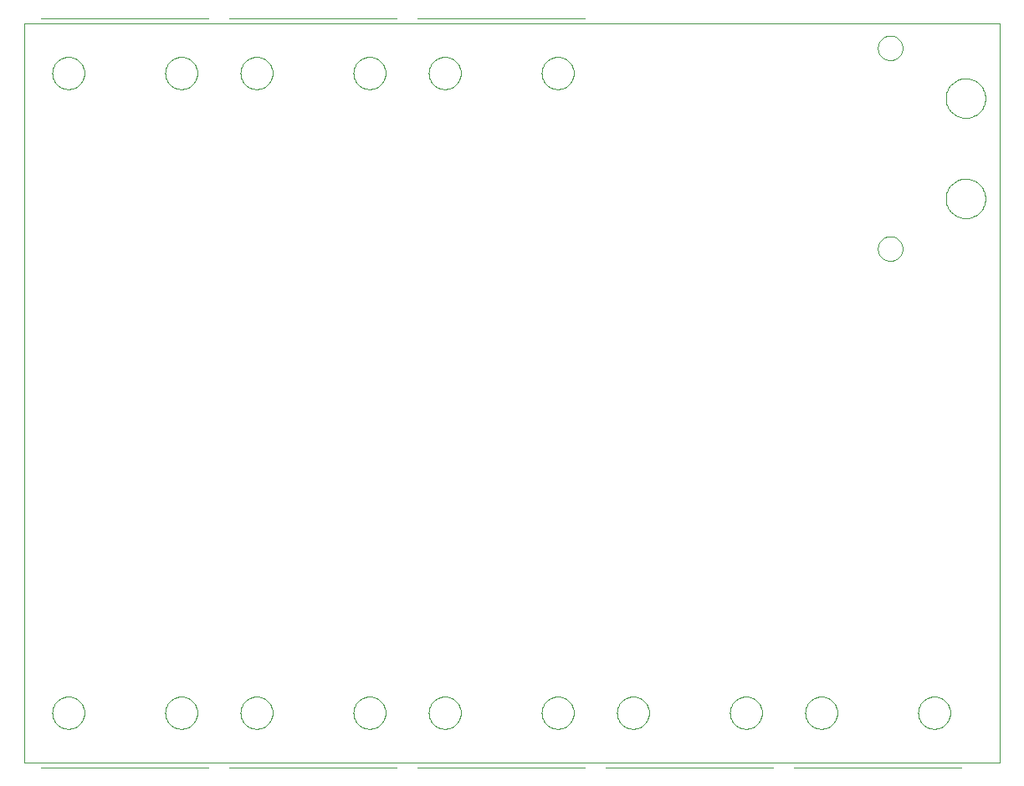
<source format=gbo>
G75*
%MOIN*%
%OFA0B0*%
%FSLAX24Y24*%
%IPPOS*%
%LPD*%
%AMOC8*
5,1,8,0,0,1.08239X$1,22.5*
%
%ADD10C,0.0000*%
%ADD11C,0.0004*%
D10*
X000150Y001204D02*
X000150Y030700D01*
X039020Y030700D01*
X039020Y001204D01*
X000150Y001204D01*
X001260Y003204D02*
X001262Y003254D01*
X001268Y003304D01*
X001278Y003353D01*
X001291Y003402D01*
X001309Y003449D01*
X001330Y003495D01*
X001354Y003538D01*
X001382Y003580D01*
X001413Y003620D01*
X001447Y003657D01*
X001484Y003691D01*
X001524Y003722D01*
X001566Y003750D01*
X001609Y003774D01*
X001655Y003795D01*
X001702Y003813D01*
X001751Y003826D01*
X001800Y003836D01*
X001850Y003842D01*
X001900Y003844D01*
X001950Y003842D01*
X002000Y003836D01*
X002049Y003826D01*
X002098Y003813D01*
X002145Y003795D01*
X002191Y003774D01*
X002234Y003750D01*
X002276Y003722D01*
X002316Y003691D01*
X002353Y003657D01*
X002387Y003620D01*
X002418Y003580D01*
X002446Y003538D01*
X002470Y003495D01*
X002491Y003449D01*
X002509Y003402D01*
X002522Y003353D01*
X002532Y003304D01*
X002538Y003254D01*
X002540Y003204D01*
X002538Y003154D01*
X002532Y003104D01*
X002522Y003055D01*
X002509Y003006D01*
X002491Y002959D01*
X002470Y002913D01*
X002446Y002870D01*
X002418Y002828D01*
X002387Y002788D01*
X002353Y002751D01*
X002316Y002717D01*
X002276Y002686D01*
X002234Y002658D01*
X002191Y002634D01*
X002145Y002613D01*
X002098Y002595D01*
X002049Y002582D01*
X002000Y002572D01*
X001950Y002566D01*
X001900Y002564D01*
X001850Y002566D01*
X001800Y002572D01*
X001751Y002582D01*
X001702Y002595D01*
X001655Y002613D01*
X001609Y002634D01*
X001566Y002658D01*
X001524Y002686D01*
X001484Y002717D01*
X001447Y002751D01*
X001413Y002788D01*
X001382Y002828D01*
X001354Y002870D01*
X001330Y002913D01*
X001309Y002959D01*
X001291Y003006D01*
X001278Y003055D01*
X001268Y003104D01*
X001262Y003154D01*
X001260Y003204D01*
X005760Y003204D02*
X005762Y003254D01*
X005768Y003304D01*
X005778Y003353D01*
X005791Y003402D01*
X005809Y003449D01*
X005830Y003495D01*
X005854Y003538D01*
X005882Y003580D01*
X005913Y003620D01*
X005947Y003657D01*
X005984Y003691D01*
X006024Y003722D01*
X006066Y003750D01*
X006109Y003774D01*
X006155Y003795D01*
X006202Y003813D01*
X006251Y003826D01*
X006300Y003836D01*
X006350Y003842D01*
X006400Y003844D01*
X006450Y003842D01*
X006500Y003836D01*
X006549Y003826D01*
X006598Y003813D01*
X006645Y003795D01*
X006691Y003774D01*
X006734Y003750D01*
X006776Y003722D01*
X006816Y003691D01*
X006853Y003657D01*
X006887Y003620D01*
X006918Y003580D01*
X006946Y003538D01*
X006970Y003495D01*
X006991Y003449D01*
X007009Y003402D01*
X007022Y003353D01*
X007032Y003304D01*
X007038Y003254D01*
X007040Y003204D01*
X007038Y003154D01*
X007032Y003104D01*
X007022Y003055D01*
X007009Y003006D01*
X006991Y002959D01*
X006970Y002913D01*
X006946Y002870D01*
X006918Y002828D01*
X006887Y002788D01*
X006853Y002751D01*
X006816Y002717D01*
X006776Y002686D01*
X006734Y002658D01*
X006691Y002634D01*
X006645Y002613D01*
X006598Y002595D01*
X006549Y002582D01*
X006500Y002572D01*
X006450Y002566D01*
X006400Y002564D01*
X006350Y002566D01*
X006300Y002572D01*
X006251Y002582D01*
X006202Y002595D01*
X006155Y002613D01*
X006109Y002634D01*
X006066Y002658D01*
X006024Y002686D01*
X005984Y002717D01*
X005947Y002751D01*
X005913Y002788D01*
X005882Y002828D01*
X005854Y002870D01*
X005830Y002913D01*
X005809Y002959D01*
X005791Y003006D01*
X005778Y003055D01*
X005768Y003104D01*
X005762Y003154D01*
X005760Y003204D01*
X008760Y003204D02*
X008762Y003254D01*
X008768Y003304D01*
X008778Y003353D01*
X008791Y003402D01*
X008809Y003449D01*
X008830Y003495D01*
X008854Y003538D01*
X008882Y003580D01*
X008913Y003620D01*
X008947Y003657D01*
X008984Y003691D01*
X009024Y003722D01*
X009066Y003750D01*
X009109Y003774D01*
X009155Y003795D01*
X009202Y003813D01*
X009251Y003826D01*
X009300Y003836D01*
X009350Y003842D01*
X009400Y003844D01*
X009450Y003842D01*
X009500Y003836D01*
X009549Y003826D01*
X009598Y003813D01*
X009645Y003795D01*
X009691Y003774D01*
X009734Y003750D01*
X009776Y003722D01*
X009816Y003691D01*
X009853Y003657D01*
X009887Y003620D01*
X009918Y003580D01*
X009946Y003538D01*
X009970Y003495D01*
X009991Y003449D01*
X010009Y003402D01*
X010022Y003353D01*
X010032Y003304D01*
X010038Y003254D01*
X010040Y003204D01*
X010038Y003154D01*
X010032Y003104D01*
X010022Y003055D01*
X010009Y003006D01*
X009991Y002959D01*
X009970Y002913D01*
X009946Y002870D01*
X009918Y002828D01*
X009887Y002788D01*
X009853Y002751D01*
X009816Y002717D01*
X009776Y002686D01*
X009734Y002658D01*
X009691Y002634D01*
X009645Y002613D01*
X009598Y002595D01*
X009549Y002582D01*
X009500Y002572D01*
X009450Y002566D01*
X009400Y002564D01*
X009350Y002566D01*
X009300Y002572D01*
X009251Y002582D01*
X009202Y002595D01*
X009155Y002613D01*
X009109Y002634D01*
X009066Y002658D01*
X009024Y002686D01*
X008984Y002717D01*
X008947Y002751D01*
X008913Y002788D01*
X008882Y002828D01*
X008854Y002870D01*
X008830Y002913D01*
X008809Y002959D01*
X008791Y003006D01*
X008778Y003055D01*
X008768Y003104D01*
X008762Y003154D01*
X008760Y003204D01*
X013260Y003204D02*
X013262Y003254D01*
X013268Y003304D01*
X013278Y003353D01*
X013291Y003402D01*
X013309Y003449D01*
X013330Y003495D01*
X013354Y003538D01*
X013382Y003580D01*
X013413Y003620D01*
X013447Y003657D01*
X013484Y003691D01*
X013524Y003722D01*
X013566Y003750D01*
X013609Y003774D01*
X013655Y003795D01*
X013702Y003813D01*
X013751Y003826D01*
X013800Y003836D01*
X013850Y003842D01*
X013900Y003844D01*
X013950Y003842D01*
X014000Y003836D01*
X014049Y003826D01*
X014098Y003813D01*
X014145Y003795D01*
X014191Y003774D01*
X014234Y003750D01*
X014276Y003722D01*
X014316Y003691D01*
X014353Y003657D01*
X014387Y003620D01*
X014418Y003580D01*
X014446Y003538D01*
X014470Y003495D01*
X014491Y003449D01*
X014509Y003402D01*
X014522Y003353D01*
X014532Y003304D01*
X014538Y003254D01*
X014540Y003204D01*
X014538Y003154D01*
X014532Y003104D01*
X014522Y003055D01*
X014509Y003006D01*
X014491Y002959D01*
X014470Y002913D01*
X014446Y002870D01*
X014418Y002828D01*
X014387Y002788D01*
X014353Y002751D01*
X014316Y002717D01*
X014276Y002686D01*
X014234Y002658D01*
X014191Y002634D01*
X014145Y002613D01*
X014098Y002595D01*
X014049Y002582D01*
X014000Y002572D01*
X013950Y002566D01*
X013900Y002564D01*
X013850Y002566D01*
X013800Y002572D01*
X013751Y002582D01*
X013702Y002595D01*
X013655Y002613D01*
X013609Y002634D01*
X013566Y002658D01*
X013524Y002686D01*
X013484Y002717D01*
X013447Y002751D01*
X013413Y002788D01*
X013382Y002828D01*
X013354Y002870D01*
X013330Y002913D01*
X013309Y002959D01*
X013291Y003006D01*
X013278Y003055D01*
X013268Y003104D01*
X013262Y003154D01*
X013260Y003204D01*
X016260Y003204D02*
X016262Y003254D01*
X016268Y003304D01*
X016278Y003353D01*
X016291Y003402D01*
X016309Y003449D01*
X016330Y003495D01*
X016354Y003538D01*
X016382Y003580D01*
X016413Y003620D01*
X016447Y003657D01*
X016484Y003691D01*
X016524Y003722D01*
X016566Y003750D01*
X016609Y003774D01*
X016655Y003795D01*
X016702Y003813D01*
X016751Y003826D01*
X016800Y003836D01*
X016850Y003842D01*
X016900Y003844D01*
X016950Y003842D01*
X017000Y003836D01*
X017049Y003826D01*
X017098Y003813D01*
X017145Y003795D01*
X017191Y003774D01*
X017234Y003750D01*
X017276Y003722D01*
X017316Y003691D01*
X017353Y003657D01*
X017387Y003620D01*
X017418Y003580D01*
X017446Y003538D01*
X017470Y003495D01*
X017491Y003449D01*
X017509Y003402D01*
X017522Y003353D01*
X017532Y003304D01*
X017538Y003254D01*
X017540Y003204D01*
X017538Y003154D01*
X017532Y003104D01*
X017522Y003055D01*
X017509Y003006D01*
X017491Y002959D01*
X017470Y002913D01*
X017446Y002870D01*
X017418Y002828D01*
X017387Y002788D01*
X017353Y002751D01*
X017316Y002717D01*
X017276Y002686D01*
X017234Y002658D01*
X017191Y002634D01*
X017145Y002613D01*
X017098Y002595D01*
X017049Y002582D01*
X017000Y002572D01*
X016950Y002566D01*
X016900Y002564D01*
X016850Y002566D01*
X016800Y002572D01*
X016751Y002582D01*
X016702Y002595D01*
X016655Y002613D01*
X016609Y002634D01*
X016566Y002658D01*
X016524Y002686D01*
X016484Y002717D01*
X016447Y002751D01*
X016413Y002788D01*
X016382Y002828D01*
X016354Y002870D01*
X016330Y002913D01*
X016309Y002959D01*
X016291Y003006D01*
X016278Y003055D01*
X016268Y003104D01*
X016262Y003154D01*
X016260Y003204D01*
X020760Y003204D02*
X020762Y003254D01*
X020768Y003304D01*
X020778Y003353D01*
X020791Y003402D01*
X020809Y003449D01*
X020830Y003495D01*
X020854Y003538D01*
X020882Y003580D01*
X020913Y003620D01*
X020947Y003657D01*
X020984Y003691D01*
X021024Y003722D01*
X021066Y003750D01*
X021109Y003774D01*
X021155Y003795D01*
X021202Y003813D01*
X021251Y003826D01*
X021300Y003836D01*
X021350Y003842D01*
X021400Y003844D01*
X021450Y003842D01*
X021500Y003836D01*
X021549Y003826D01*
X021598Y003813D01*
X021645Y003795D01*
X021691Y003774D01*
X021734Y003750D01*
X021776Y003722D01*
X021816Y003691D01*
X021853Y003657D01*
X021887Y003620D01*
X021918Y003580D01*
X021946Y003538D01*
X021970Y003495D01*
X021991Y003449D01*
X022009Y003402D01*
X022022Y003353D01*
X022032Y003304D01*
X022038Y003254D01*
X022040Y003204D01*
X022038Y003154D01*
X022032Y003104D01*
X022022Y003055D01*
X022009Y003006D01*
X021991Y002959D01*
X021970Y002913D01*
X021946Y002870D01*
X021918Y002828D01*
X021887Y002788D01*
X021853Y002751D01*
X021816Y002717D01*
X021776Y002686D01*
X021734Y002658D01*
X021691Y002634D01*
X021645Y002613D01*
X021598Y002595D01*
X021549Y002582D01*
X021500Y002572D01*
X021450Y002566D01*
X021400Y002564D01*
X021350Y002566D01*
X021300Y002572D01*
X021251Y002582D01*
X021202Y002595D01*
X021155Y002613D01*
X021109Y002634D01*
X021066Y002658D01*
X021024Y002686D01*
X020984Y002717D01*
X020947Y002751D01*
X020913Y002788D01*
X020882Y002828D01*
X020854Y002870D01*
X020830Y002913D01*
X020809Y002959D01*
X020791Y003006D01*
X020778Y003055D01*
X020768Y003104D01*
X020762Y003154D01*
X020760Y003204D01*
X023760Y003204D02*
X023762Y003254D01*
X023768Y003304D01*
X023778Y003353D01*
X023791Y003402D01*
X023809Y003449D01*
X023830Y003495D01*
X023854Y003538D01*
X023882Y003580D01*
X023913Y003620D01*
X023947Y003657D01*
X023984Y003691D01*
X024024Y003722D01*
X024066Y003750D01*
X024109Y003774D01*
X024155Y003795D01*
X024202Y003813D01*
X024251Y003826D01*
X024300Y003836D01*
X024350Y003842D01*
X024400Y003844D01*
X024450Y003842D01*
X024500Y003836D01*
X024549Y003826D01*
X024598Y003813D01*
X024645Y003795D01*
X024691Y003774D01*
X024734Y003750D01*
X024776Y003722D01*
X024816Y003691D01*
X024853Y003657D01*
X024887Y003620D01*
X024918Y003580D01*
X024946Y003538D01*
X024970Y003495D01*
X024991Y003449D01*
X025009Y003402D01*
X025022Y003353D01*
X025032Y003304D01*
X025038Y003254D01*
X025040Y003204D01*
X025038Y003154D01*
X025032Y003104D01*
X025022Y003055D01*
X025009Y003006D01*
X024991Y002959D01*
X024970Y002913D01*
X024946Y002870D01*
X024918Y002828D01*
X024887Y002788D01*
X024853Y002751D01*
X024816Y002717D01*
X024776Y002686D01*
X024734Y002658D01*
X024691Y002634D01*
X024645Y002613D01*
X024598Y002595D01*
X024549Y002582D01*
X024500Y002572D01*
X024450Y002566D01*
X024400Y002564D01*
X024350Y002566D01*
X024300Y002572D01*
X024251Y002582D01*
X024202Y002595D01*
X024155Y002613D01*
X024109Y002634D01*
X024066Y002658D01*
X024024Y002686D01*
X023984Y002717D01*
X023947Y002751D01*
X023913Y002788D01*
X023882Y002828D01*
X023854Y002870D01*
X023830Y002913D01*
X023809Y002959D01*
X023791Y003006D01*
X023778Y003055D01*
X023768Y003104D01*
X023762Y003154D01*
X023760Y003204D01*
X028260Y003204D02*
X028262Y003254D01*
X028268Y003304D01*
X028278Y003353D01*
X028291Y003402D01*
X028309Y003449D01*
X028330Y003495D01*
X028354Y003538D01*
X028382Y003580D01*
X028413Y003620D01*
X028447Y003657D01*
X028484Y003691D01*
X028524Y003722D01*
X028566Y003750D01*
X028609Y003774D01*
X028655Y003795D01*
X028702Y003813D01*
X028751Y003826D01*
X028800Y003836D01*
X028850Y003842D01*
X028900Y003844D01*
X028950Y003842D01*
X029000Y003836D01*
X029049Y003826D01*
X029098Y003813D01*
X029145Y003795D01*
X029191Y003774D01*
X029234Y003750D01*
X029276Y003722D01*
X029316Y003691D01*
X029353Y003657D01*
X029387Y003620D01*
X029418Y003580D01*
X029446Y003538D01*
X029470Y003495D01*
X029491Y003449D01*
X029509Y003402D01*
X029522Y003353D01*
X029532Y003304D01*
X029538Y003254D01*
X029540Y003204D01*
X029538Y003154D01*
X029532Y003104D01*
X029522Y003055D01*
X029509Y003006D01*
X029491Y002959D01*
X029470Y002913D01*
X029446Y002870D01*
X029418Y002828D01*
X029387Y002788D01*
X029353Y002751D01*
X029316Y002717D01*
X029276Y002686D01*
X029234Y002658D01*
X029191Y002634D01*
X029145Y002613D01*
X029098Y002595D01*
X029049Y002582D01*
X029000Y002572D01*
X028950Y002566D01*
X028900Y002564D01*
X028850Y002566D01*
X028800Y002572D01*
X028751Y002582D01*
X028702Y002595D01*
X028655Y002613D01*
X028609Y002634D01*
X028566Y002658D01*
X028524Y002686D01*
X028484Y002717D01*
X028447Y002751D01*
X028413Y002788D01*
X028382Y002828D01*
X028354Y002870D01*
X028330Y002913D01*
X028309Y002959D01*
X028291Y003006D01*
X028278Y003055D01*
X028268Y003104D01*
X028262Y003154D01*
X028260Y003204D01*
X031260Y003204D02*
X031262Y003254D01*
X031268Y003304D01*
X031278Y003353D01*
X031291Y003402D01*
X031309Y003449D01*
X031330Y003495D01*
X031354Y003538D01*
X031382Y003580D01*
X031413Y003620D01*
X031447Y003657D01*
X031484Y003691D01*
X031524Y003722D01*
X031566Y003750D01*
X031609Y003774D01*
X031655Y003795D01*
X031702Y003813D01*
X031751Y003826D01*
X031800Y003836D01*
X031850Y003842D01*
X031900Y003844D01*
X031950Y003842D01*
X032000Y003836D01*
X032049Y003826D01*
X032098Y003813D01*
X032145Y003795D01*
X032191Y003774D01*
X032234Y003750D01*
X032276Y003722D01*
X032316Y003691D01*
X032353Y003657D01*
X032387Y003620D01*
X032418Y003580D01*
X032446Y003538D01*
X032470Y003495D01*
X032491Y003449D01*
X032509Y003402D01*
X032522Y003353D01*
X032532Y003304D01*
X032538Y003254D01*
X032540Y003204D01*
X032538Y003154D01*
X032532Y003104D01*
X032522Y003055D01*
X032509Y003006D01*
X032491Y002959D01*
X032470Y002913D01*
X032446Y002870D01*
X032418Y002828D01*
X032387Y002788D01*
X032353Y002751D01*
X032316Y002717D01*
X032276Y002686D01*
X032234Y002658D01*
X032191Y002634D01*
X032145Y002613D01*
X032098Y002595D01*
X032049Y002582D01*
X032000Y002572D01*
X031950Y002566D01*
X031900Y002564D01*
X031850Y002566D01*
X031800Y002572D01*
X031751Y002582D01*
X031702Y002595D01*
X031655Y002613D01*
X031609Y002634D01*
X031566Y002658D01*
X031524Y002686D01*
X031484Y002717D01*
X031447Y002751D01*
X031413Y002788D01*
X031382Y002828D01*
X031354Y002870D01*
X031330Y002913D01*
X031309Y002959D01*
X031291Y003006D01*
X031278Y003055D01*
X031268Y003104D01*
X031262Y003154D01*
X031260Y003204D01*
X035760Y003204D02*
X035762Y003254D01*
X035768Y003304D01*
X035778Y003353D01*
X035791Y003402D01*
X035809Y003449D01*
X035830Y003495D01*
X035854Y003538D01*
X035882Y003580D01*
X035913Y003620D01*
X035947Y003657D01*
X035984Y003691D01*
X036024Y003722D01*
X036066Y003750D01*
X036109Y003774D01*
X036155Y003795D01*
X036202Y003813D01*
X036251Y003826D01*
X036300Y003836D01*
X036350Y003842D01*
X036400Y003844D01*
X036450Y003842D01*
X036500Y003836D01*
X036549Y003826D01*
X036598Y003813D01*
X036645Y003795D01*
X036691Y003774D01*
X036734Y003750D01*
X036776Y003722D01*
X036816Y003691D01*
X036853Y003657D01*
X036887Y003620D01*
X036918Y003580D01*
X036946Y003538D01*
X036970Y003495D01*
X036991Y003449D01*
X037009Y003402D01*
X037022Y003353D01*
X037032Y003304D01*
X037038Y003254D01*
X037040Y003204D01*
X037038Y003154D01*
X037032Y003104D01*
X037022Y003055D01*
X037009Y003006D01*
X036991Y002959D01*
X036970Y002913D01*
X036946Y002870D01*
X036918Y002828D01*
X036887Y002788D01*
X036853Y002751D01*
X036816Y002717D01*
X036776Y002686D01*
X036734Y002658D01*
X036691Y002634D01*
X036645Y002613D01*
X036598Y002595D01*
X036549Y002582D01*
X036500Y002572D01*
X036450Y002566D01*
X036400Y002564D01*
X036350Y002566D01*
X036300Y002572D01*
X036251Y002582D01*
X036202Y002595D01*
X036155Y002613D01*
X036109Y002634D01*
X036066Y002658D01*
X036024Y002686D01*
X035984Y002717D01*
X035947Y002751D01*
X035913Y002788D01*
X035882Y002828D01*
X035854Y002870D01*
X035830Y002913D01*
X035809Y002959D01*
X035791Y003006D01*
X035778Y003055D01*
X035768Y003104D01*
X035762Y003154D01*
X035760Y003204D01*
X034158Y021704D02*
X034160Y021748D01*
X034166Y021792D01*
X034176Y021835D01*
X034189Y021877D01*
X034207Y021917D01*
X034228Y021956D01*
X034252Y021993D01*
X034279Y022028D01*
X034310Y022060D01*
X034343Y022089D01*
X034379Y022115D01*
X034417Y022137D01*
X034457Y022156D01*
X034498Y022172D01*
X034541Y022184D01*
X034584Y022192D01*
X034628Y022196D01*
X034672Y022196D01*
X034716Y022192D01*
X034759Y022184D01*
X034802Y022172D01*
X034843Y022156D01*
X034883Y022137D01*
X034921Y022115D01*
X034957Y022089D01*
X034990Y022060D01*
X035021Y022028D01*
X035048Y021993D01*
X035072Y021956D01*
X035093Y021917D01*
X035111Y021877D01*
X035124Y021835D01*
X035134Y021792D01*
X035140Y021748D01*
X035142Y021704D01*
X035140Y021660D01*
X035134Y021616D01*
X035124Y021573D01*
X035111Y021531D01*
X035093Y021491D01*
X035072Y021452D01*
X035048Y021415D01*
X035021Y021380D01*
X034990Y021348D01*
X034957Y021319D01*
X034921Y021293D01*
X034883Y021271D01*
X034843Y021252D01*
X034802Y021236D01*
X034759Y021224D01*
X034716Y021216D01*
X034672Y021212D01*
X034628Y021212D01*
X034584Y021216D01*
X034541Y021224D01*
X034498Y021236D01*
X034457Y021252D01*
X034417Y021271D01*
X034379Y021293D01*
X034343Y021319D01*
X034310Y021348D01*
X034279Y021380D01*
X034252Y021415D01*
X034228Y021452D01*
X034207Y021491D01*
X034189Y021531D01*
X034176Y021573D01*
X034166Y021616D01*
X034160Y021660D01*
X034158Y021704D01*
X036863Y023704D02*
X036865Y023760D01*
X036871Y023815D01*
X036881Y023869D01*
X036894Y023923D01*
X036912Y023976D01*
X036933Y024027D01*
X036957Y024077D01*
X036985Y024125D01*
X037017Y024171D01*
X037051Y024215D01*
X037089Y024256D01*
X037129Y024294D01*
X037172Y024329D01*
X037217Y024361D01*
X037265Y024390D01*
X037314Y024416D01*
X037365Y024438D01*
X037417Y024456D01*
X037471Y024470D01*
X037526Y024481D01*
X037581Y024488D01*
X037636Y024491D01*
X037692Y024490D01*
X037747Y024485D01*
X037802Y024476D01*
X037856Y024464D01*
X037909Y024447D01*
X037961Y024427D01*
X038011Y024403D01*
X038059Y024376D01*
X038106Y024346D01*
X038150Y024312D01*
X038192Y024275D01*
X038230Y024235D01*
X038267Y024193D01*
X038300Y024148D01*
X038329Y024102D01*
X038356Y024053D01*
X038378Y024002D01*
X038398Y023950D01*
X038413Y023896D01*
X038425Y023842D01*
X038433Y023787D01*
X038437Y023732D01*
X038437Y023676D01*
X038433Y023621D01*
X038425Y023566D01*
X038413Y023512D01*
X038398Y023458D01*
X038378Y023406D01*
X038356Y023355D01*
X038329Y023306D01*
X038300Y023260D01*
X038267Y023215D01*
X038230Y023173D01*
X038192Y023133D01*
X038150Y023096D01*
X038106Y023062D01*
X038059Y023032D01*
X038011Y023005D01*
X037961Y022981D01*
X037909Y022961D01*
X037856Y022944D01*
X037802Y022932D01*
X037747Y022923D01*
X037692Y022918D01*
X037636Y022917D01*
X037581Y022920D01*
X037526Y022927D01*
X037471Y022938D01*
X037417Y022952D01*
X037365Y022970D01*
X037314Y022992D01*
X037265Y023018D01*
X037217Y023047D01*
X037172Y023079D01*
X037129Y023114D01*
X037089Y023152D01*
X037051Y023193D01*
X037017Y023237D01*
X036985Y023283D01*
X036957Y023331D01*
X036933Y023381D01*
X036912Y023432D01*
X036894Y023485D01*
X036881Y023539D01*
X036871Y023593D01*
X036865Y023648D01*
X036863Y023704D01*
X036863Y027704D02*
X036865Y027760D01*
X036871Y027815D01*
X036881Y027869D01*
X036894Y027923D01*
X036912Y027976D01*
X036933Y028027D01*
X036957Y028077D01*
X036985Y028125D01*
X037017Y028171D01*
X037051Y028215D01*
X037089Y028256D01*
X037129Y028294D01*
X037172Y028329D01*
X037217Y028361D01*
X037265Y028390D01*
X037314Y028416D01*
X037365Y028438D01*
X037417Y028456D01*
X037471Y028470D01*
X037526Y028481D01*
X037581Y028488D01*
X037636Y028491D01*
X037692Y028490D01*
X037747Y028485D01*
X037802Y028476D01*
X037856Y028464D01*
X037909Y028447D01*
X037961Y028427D01*
X038011Y028403D01*
X038059Y028376D01*
X038106Y028346D01*
X038150Y028312D01*
X038192Y028275D01*
X038230Y028235D01*
X038267Y028193D01*
X038300Y028148D01*
X038329Y028102D01*
X038356Y028053D01*
X038378Y028002D01*
X038398Y027950D01*
X038413Y027896D01*
X038425Y027842D01*
X038433Y027787D01*
X038437Y027732D01*
X038437Y027676D01*
X038433Y027621D01*
X038425Y027566D01*
X038413Y027512D01*
X038398Y027458D01*
X038378Y027406D01*
X038356Y027355D01*
X038329Y027306D01*
X038300Y027260D01*
X038267Y027215D01*
X038230Y027173D01*
X038192Y027133D01*
X038150Y027096D01*
X038106Y027062D01*
X038059Y027032D01*
X038011Y027005D01*
X037961Y026981D01*
X037909Y026961D01*
X037856Y026944D01*
X037802Y026932D01*
X037747Y026923D01*
X037692Y026918D01*
X037636Y026917D01*
X037581Y026920D01*
X037526Y026927D01*
X037471Y026938D01*
X037417Y026952D01*
X037365Y026970D01*
X037314Y026992D01*
X037265Y027018D01*
X037217Y027047D01*
X037172Y027079D01*
X037129Y027114D01*
X037089Y027152D01*
X037051Y027193D01*
X037017Y027237D01*
X036985Y027283D01*
X036957Y027331D01*
X036933Y027381D01*
X036912Y027432D01*
X036894Y027485D01*
X036881Y027539D01*
X036871Y027593D01*
X036865Y027648D01*
X036863Y027704D01*
X034158Y029704D02*
X034160Y029748D01*
X034166Y029792D01*
X034176Y029835D01*
X034189Y029877D01*
X034207Y029917D01*
X034228Y029956D01*
X034252Y029993D01*
X034279Y030028D01*
X034310Y030060D01*
X034343Y030089D01*
X034379Y030115D01*
X034417Y030137D01*
X034457Y030156D01*
X034498Y030172D01*
X034541Y030184D01*
X034584Y030192D01*
X034628Y030196D01*
X034672Y030196D01*
X034716Y030192D01*
X034759Y030184D01*
X034802Y030172D01*
X034843Y030156D01*
X034883Y030137D01*
X034921Y030115D01*
X034957Y030089D01*
X034990Y030060D01*
X035021Y030028D01*
X035048Y029993D01*
X035072Y029956D01*
X035093Y029917D01*
X035111Y029877D01*
X035124Y029835D01*
X035134Y029792D01*
X035140Y029748D01*
X035142Y029704D01*
X035140Y029660D01*
X035134Y029616D01*
X035124Y029573D01*
X035111Y029531D01*
X035093Y029491D01*
X035072Y029452D01*
X035048Y029415D01*
X035021Y029380D01*
X034990Y029348D01*
X034957Y029319D01*
X034921Y029293D01*
X034883Y029271D01*
X034843Y029252D01*
X034802Y029236D01*
X034759Y029224D01*
X034716Y029216D01*
X034672Y029212D01*
X034628Y029212D01*
X034584Y029216D01*
X034541Y029224D01*
X034498Y029236D01*
X034457Y029252D01*
X034417Y029271D01*
X034379Y029293D01*
X034343Y029319D01*
X034310Y029348D01*
X034279Y029380D01*
X034252Y029415D01*
X034228Y029452D01*
X034207Y029491D01*
X034189Y029531D01*
X034176Y029573D01*
X034166Y029616D01*
X034160Y029660D01*
X034158Y029704D01*
X020760Y028704D02*
X020762Y028754D01*
X020768Y028804D01*
X020778Y028853D01*
X020791Y028902D01*
X020809Y028949D01*
X020830Y028995D01*
X020854Y029038D01*
X020882Y029080D01*
X020913Y029120D01*
X020947Y029157D01*
X020984Y029191D01*
X021024Y029222D01*
X021066Y029250D01*
X021109Y029274D01*
X021155Y029295D01*
X021202Y029313D01*
X021251Y029326D01*
X021300Y029336D01*
X021350Y029342D01*
X021400Y029344D01*
X021450Y029342D01*
X021500Y029336D01*
X021549Y029326D01*
X021598Y029313D01*
X021645Y029295D01*
X021691Y029274D01*
X021734Y029250D01*
X021776Y029222D01*
X021816Y029191D01*
X021853Y029157D01*
X021887Y029120D01*
X021918Y029080D01*
X021946Y029038D01*
X021970Y028995D01*
X021991Y028949D01*
X022009Y028902D01*
X022022Y028853D01*
X022032Y028804D01*
X022038Y028754D01*
X022040Y028704D01*
X022038Y028654D01*
X022032Y028604D01*
X022022Y028555D01*
X022009Y028506D01*
X021991Y028459D01*
X021970Y028413D01*
X021946Y028370D01*
X021918Y028328D01*
X021887Y028288D01*
X021853Y028251D01*
X021816Y028217D01*
X021776Y028186D01*
X021734Y028158D01*
X021691Y028134D01*
X021645Y028113D01*
X021598Y028095D01*
X021549Y028082D01*
X021500Y028072D01*
X021450Y028066D01*
X021400Y028064D01*
X021350Y028066D01*
X021300Y028072D01*
X021251Y028082D01*
X021202Y028095D01*
X021155Y028113D01*
X021109Y028134D01*
X021066Y028158D01*
X021024Y028186D01*
X020984Y028217D01*
X020947Y028251D01*
X020913Y028288D01*
X020882Y028328D01*
X020854Y028370D01*
X020830Y028413D01*
X020809Y028459D01*
X020791Y028506D01*
X020778Y028555D01*
X020768Y028604D01*
X020762Y028654D01*
X020760Y028704D01*
X016260Y028704D02*
X016262Y028754D01*
X016268Y028804D01*
X016278Y028853D01*
X016291Y028902D01*
X016309Y028949D01*
X016330Y028995D01*
X016354Y029038D01*
X016382Y029080D01*
X016413Y029120D01*
X016447Y029157D01*
X016484Y029191D01*
X016524Y029222D01*
X016566Y029250D01*
X016609Y029274D01*
X016655Y029295D01*
X016702Y029313D01*
X016751Y029326D01*
X016800Y029336D01*
X016850Y029342D01*
X016900Y029344D01*
X016950Y029342D01*
X017000Y029336D01*
X017049Y029326D01*
X017098Y029313D01*
X017145Y029295D01*
X017191Y029274D01*
X017234Y029250D01*
X017276Y029222D01*
X017316Y029191D01*
X017353Y029157D01*
X017387Y029120D01*
X017418Y029080D01*
X017446Y029038D01*
X017470Y028995D01*
X017491Y028949D01*
X017509Y028902D01*
X017522Y028853D01*
X017532Y028804D01*
X017538Y028754D01*
X017540Y028704D01*
X017538Y028654D01*
X017532Y028604D01*
X017522Y028555D01*
X017509Y028506D01*
X017491Y028459D01*
X017470Y028413D01*
X017446Y028370D01*
X017418Y028328D01*
X017387Y028288D01*
X017353Y028251D01*
X017316Y028217D01*
X017276Y028186D01*
X017234Y028158D01*
X017191Y028134D01*
X017145Y028113D01*
X017098Y028095D01*
X017049Y028082D01*
X017000Y028072D01*
X016950Y028066D01*
X016900Y028064D01*
X016850Y028066D01*
X016800Y028072D01*
X016751Y028082D01*
X016702Y028095D01*
X016655Y028113D01*
X016609Y028134D01*
X016566Y028158D01*
X016524Y028186D01*
X016484Y028217D01*
X016447Y028251D01*
X016413Y028288D01*
X016382Y028328D01*
X016354Y028370D01*
X016330Y028413D01*
X016309Y028459D01*
X016291Y028506D01*
X016278Y028555D01*
X016268Y028604D01*
X016262Y028654D01*
X016260Y028704D01*
X013260Y028704D02*
X013262Y028754D01*
X013268Y028804D01*
X013278Y028853D01*
X013291Y028902D01*
X013309Y028949D01*
X013330Y028995D01*
X013354Y029038D01*
X013382Y029080D01*
X013413Y029120D01*
X013447Y029157D01*
X013484Y029191D01*
X013524Y029222D01*
X013566Y029250D01*
X013609Y029274D01*
X013655Y029295D01*
X013702Y029313D01*
X013751Y029326D01*
X013800Y029336D01*
X013850Y029342D01*
X013900Y029344D01*
X013950Y029342D01*
X014000Y029336D01*
X014049Y029326D01*
X014098Y029313D01*
X014145Y029295D01*
X014191Y029274D01*
X014234Y029250D01*
X014276Y029222D01*
X014316Y029191D01*
X014353Y029157D01*
X014387Y029120D01*
X014418Y029080D01*
X014446Y029038D01*
X014470Y028995D01*
X014491Y028949D01*
X014509Y028902D01*
X014522Y028853D01*
X014532Y028804D01*
X014538Y028754D01*
X014540Y028704D01*
X014538Y028654D01*
X014532Y028604D01*
X014522Y028555D01*
X014509Y028506D01*
X014491Y028459D01*
X014470Y028413D01*
X014446Y028370D01*
X014418Y028328D01*
X014387Y028288D01*
X014353Y028251D01*
X014316Y028217D01*
X014276Y028186D01*
X014234Y028158D01*
X014191Y028134D01*
X014145Y028113D01*
X014098Y028095D01*
X014049Y028082D01*
X014000Y028072D01*
X013950Y028066D01*
X013900Y028064D01*
X013850Y028066D01*
X013800Y028072D01*
X013751Y028082D01*
X013702Y028095D01*
X013655Y028113D01*
X013609Y028134D01*
X013566Y028158D01*
X013524Y028186D01*
X013484Y028217D01*
X013447Y028251D01*
X013413Y028288D01*
X013382Y028328D01*
X013354Y028370D01*
X013330Y028413D01*
X013309Y028459D01*
X013291Y028506D01*
X013278Y028555D01*
X013268Y028604D01*
X013262Y028654D01*
X013260Y028704D01*
X008760Y028704D02*
X008762Y028754D01*
X008768Y028804D01*
X008778Y028853D01*
X008791Y028902D01*
X008809Y028949D01*
X008830Y028995D01*
X008854Y029038D01*
X008882Y029080D01*
X008913Y029120D01*
X008947Y029157D01*
X008984Y029191D01*
X009024Y029222D01*
X009066Y029250D01*
X009109Y029274D01*
X009155Y029295D01*
X009202Y029313D01*
X009251Y029326D01*
X009300Y029336D01*
X009350Y029342D01*
X009400Y029344D01*
X009450Y029342D01*
X009500Y029336D01*
X009549Y029326D01*
X009598Y029313D01*
X009645Y029295D01*
X009691Y029274D01*
X009734Y029250D01*
X009776Y029222D01*
X009816Y029191D01*
X009853Y029157D01*
X009887Y029120D01*
X009918Y029080D01*
X009946Y029038D01*
X009970Y028995D01*
X009991Y028949D01*
X010009Y028902D01*
X010022Y028853D01*
X010032Y028804D01*
X010038Y028754D01*
X010040Y028704D01*
X010038Y028654D01*
X010032Y028604D01*
X010022Y028555D01*
X010009Y028506D01*
X009991Y028459D01*
X009970Y028413D01*
X009946Y028370D01*
X009918Y028328D01*
X009887Y028288D01*
X009853Y028251D01*
X009816Y028217D01*
X009776Y028186D01*
X009734Y028158D01*
X009691Y028134D01*
X009645Y028113D01*
X009598Y028095D01*
X009549Y028082D01*
X009500Y028072D01*
X009450Y028066D01*
X009400Y028064D01*
X009350Y028066D01*
X009300Y028072D01*
X009251Y028082D01*
X009202Y028095D01*
X009155Y028113D01*
X009109Y028134D01*
X009066Y028158D01*
X009024Y028186D01*
X008984Y028217D01*
X008947Y028251D01*
X008913Y028288D01*
X008882Y028328D01*
X008854Y028370D01*
X008830Y028413D01*
X008809Y028459D01*
X008791Y028506D01*
X008778Y028555D01*
X008768Y028604D01*
X008762Y028654D01*
X008760Y028704D01*
X005760Y028704D02*
X005762Y028754D01*
X005768Y028804D01*
X005778Y028853D01*
X005791Y028902D01*
X005809Y028949D01*
X005830Y028995D01*
X005854Y029038D01*
X005882Y029080D01*
X005913Y029120D01*
X005947Y029157D01*
X005984Y029191D01*
X006024Y029222D01*
X006066Y029250D01*
X006109Y029274D01*
X006155Y029295D01*
X006202Y029313D01*
X006251Y029326D01*
X006300Y029336D01*
X006350Y029342D01*
X006400Y029344D01*
X006450Y029342D01*
X006500Y029336D01*
X006549Y029326D01*
X006598Y029313D01*
X006645Y029295D01*
X006691Y029274D01*
X006734Y029250D01*
X006776Y029222D01*
X006816Y029191D01*
X006853Y029157D01*
X006887Y029120D01*
X006918Y029080D01*
X006946Y029038D01*
X006970Y028995D01*
X006991Y028949D01*
X007009Y028902D01*
X007022Y028853D01*
X007032Y028804D01*
X007038Y028754D01*
X007040Y028704D01*
X007038Y028654D01*
X007032Y028604D01*
X007022Y028555D01*
X007009Y028506D01*
X006991Y028459D01*
X006970Y028413D01*
X006946Y028370D01*
X006918Y028328D01*
X006887Y028288D01*
X006853Y028251D01*
X006816Y028217D01*
X006776Y028186D01*
X006734Y028158D01*
X006691Y028134D01*
X006645Y028113D01*
X006598Y028095D01*
X006549Y028082D01*
X006500Y028072D01*
X006450Y028066D01*
X006400Y028064D01*
X006350Y028066D01*
X006300Y028072D01*
X006251Y028082D01*
X006202Y028095D01*
X006155Y028113D01*
X006109Y028134D01*
X006066Y028158D01*
X006024Y028186D01*
X005984Y028217D01*
X005947Y028251D01*
X005913Y028288D01*
X005882Y028328D01*
X005854Y028370D01*
X005830Y028413D01*
X005809Y028459D01*
X005791Y028506D01*
X005778Y028555D01*
X005768Y028604D01*
X005762Y028654D01*
X005760Y028704D01*
X001260Y028704D02*
X001262Y028754D01*
X001268Y028804D01*
X001278Y028853D01*
X001291Y028902D01*
X001309Y028949D01*
X001330Y028995D01*
X001354Y029038D01*
X001382Y029080D01*
X001413Y029120D01*
X001447Y029157D01*
X001484Y029191D01*
X001524Y029222D01*
X001566Y029250D01*
X001609Y029274D01*
X001655Y029295D01*
X001702Y029313D01*
X001751Y029326D01*
X001800Y029336D01*
X001850Y029342D01*
X001900Y029344D01*
X001950Y029342D01*
X002000Y029336D01*
X002049Y029326D01*
X002098Y029313D01*
X002145Y029295D01*
X002191Y029274D01*
X002234Y029250D01*
X002276Y029222D01*
X002316Y029191D01*
X002353Y029157D01*
X002387Y029120D01*
X002418Y029080D01*
X002446Y029038D01*
X002470Y028995D01*
X002491Y028949D01*
X002509Y028902D01*
X002522Y028853D01*
X002532Y028804D01*
X002538Y028754D01*
X002540Y028704D01*
X002538Y028654D01*
X002532Y028604D01*
X002522Y028555D01*
X002509Y028506D01*
X002491Y028459D01*
X002470Y028413D01*
X002446Y028370D01*
X002418Y028328D01*
X002387Y028288D01*
X002353Y028251D01*
X002316Y028217D01*
X002276Y028186D01*
X002234Y028158D01*
X002191Y028134D01*
X002145Y028113D01*
X002098Y028095D01*
X002049Y028082D01*
X002000Y028072D01*
X001950Y028066D01*
X001900Y028064D01*
X001850Y028066D01*
X001800Y028072D01*
X001751Y028082D01*
X001702Y028095D01*
X001655Y028113D01*
X001609Y028134D01*
X001566Y028158D01*
X001524Y028186D01*
X001484Y028217D01*
X001447Y028251D01*
X001413Y028288D01*
X001382Y028328D01*
X001354Y028370D01*
X001330Y028413D01*
X001309Y028459D01*
X001291Y028506D01*
X001278Y028555D01*
X001268Y028604D01*
X001262Y028654D01*
X001260Y028704D01*
D11*
X000825Y030874D02*
X007475Y030874D01*
X008325Y030874D02*
X014975Y030874D01*
X015825Y030874D02*
X022475Y030874D01*
X022475Y001034D02*
X015825Y001034D01*
X014975Y001034D02*
X008325Y001034D01*
X007475Y001034D02*
X000825Y001034D01*
X023325Y001034D02*
X029975Y001034D01*
X030825Y001034D02*
X037475Y001034D01*
M02*

</source>
